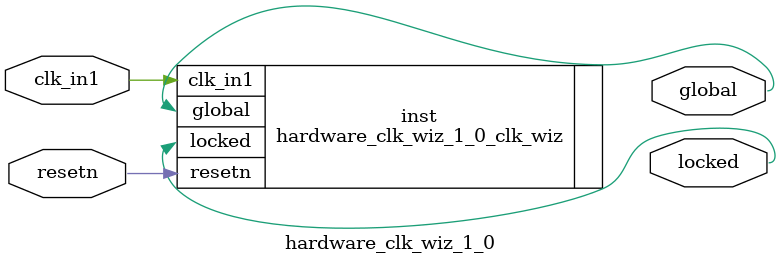
<source format=v>


`timescale 1ps/1ps

(* CORE_GENERATION_INFO = "hardware_clk_wiz_1_0,clk_wiz_v6_0_8_0_0,{component_name=hardware_clk_wiz_1_0,use_phase_alignment=true,use_min_o_jitter=false,use_max_i_jitter=false,use_dyn_phase_shift=false,use_inclk_switchover=false,use_dyn_reconfig=false,enable_axi=0,feedback_source=FDBK_AUTO,PRIMITIVE=MMCM,num_out_clk=1,clkin1_period=10.000,clkin2_period=10.000,use_power_down=false,use_reset=true,use_locked=true,use_inclk_stopped=false,feedback_type=SINGLE,CLOCK_MGR_TYPE=NA,manual_override=false}" *)

module hardware_clk_wiz_1_0 
 (
  // Clock out ports
  output        global,
  // Status and control signals
  input         resetn,
  output        locked,
 // Clock in ports
  input         clk_in1
 );

  hardware_clk_wiz_1_0_clk_wiz inst
  (
  // Clock out ports  
  .global(global),
  // Status and control signals               
  .resetn(resetn), 
  .locked(locked),
 // Clock in ports
  .clk_in1(clk_in1)
  );

endmodule

</source>
